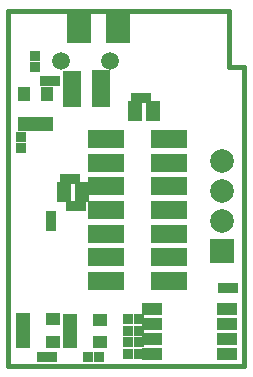
<source format=gbs>
G04 (created by PCBNEW-RS274X (2010-05-05 BZR 2356)-stable) date 2010年10月26日 星期二 23时10分03秒*
G01*
G70*
G90*
%MOIN*%
G04 Gerber Fmt 3.4, Leading zero omitted, Abs format*
%FSLAX34Y34*%
G04 APERTURE LIST*
%ADD10C,0.006000*%
%ADD11C,0.015000*%
%ADD12R,0.038100X0.038100*%
%ADD13R,0.045000X0.065000*%
%ADD14R,0.080000X0.100000*%
%ADD15R,0.065000X0.040000*%
%ADD16R,0.050000X0.040000*%
%ADD17R,0.040000X0.050000*%
%ADD18R,0.059400X0.047600*%
%ADD19C,0.059400*%
%ADD20R,0.118400X0.059400*%
%ADD21R,0.079100X0.079100*%
%ADD22C,0.079100*%
G04 APERTURE END LIST*
G54D10*
G54D11*
X47244Y-41220D02*
X47244Y-41220D01*
X46732Y-41221D02*
X47244Y-41221D01*
X46732Y-39370D02*
X46732Y-41220D01*
X39370Y-51181D02*
X39370Y-39370D01*
X47244Y-51181D02*
X39370Y-51181D01*
X47244Y-41220D02*
X47244Y-51181D01*
X39370Y-39370D02*
X46732Y-39370D01*
G54D12*
X43370Y-50010D03*
X43720Y-50010D03*
X46520Y-48580D03*
X46870Y-48580D03*
X43720Y-49630D03*
X43370Y-49630D03*
X40810Y-46180D03*
X40810Y-46530D03*
X41250Y-44940D03*
X41600Y-44940D03*
X43720Y-50390D03*
X43370Y-50390D03*
X43720Y-50780D03*
X43370Y-50780D03*
X40250Y-41210D03*
X40250Y-40860D03*
X42390Y-50880D03*
X42040Y-50880D03*
X40840Y-50880D03*
X40490Y-50880D03*
X40580Y-41680D03*
X40930Y-41680D03*
X39800Y-43920D03*
X39800Y-43570D03*
G54D13*
X43598Y-42677D03*
X44198Y-42677D03*
X41820Y-45400D03*
X41220Y-45400D03*
G54D14*
X41720Y-39930D03*
X43020Y-39930D03*
G54D15*
X46670Y-50790D03*
X46670Y-50290D03*
X46670Y-49790D03*
X46670Y-49290D03*
X44170Y-49290D03*
X44170Y-49790D03*
X44170Y-50290D03*
X44170Y-50790D03*
G54D16*
X41430Y-50395D03*
X41430Y-49645D03*
X42430Y-50395D03*
X41430Y-50020D03*
X42430Y-49645D03*
G54D17*
X40655Y-43120D03*
X39905Y-43120D03*
X40655Y-42120D03*
X40280Y-43120D03*
X39905Y-42120D03*
G54D16*
X39860Y-50385D03*
X39860Y-49635D03*
X40860Y-50385D03*
X39860Y-50010D03*
X40860Y-49635D03*
G54D18*
X41510Y-42320D03*
X41510Y-41945D03*
X41510Y-41572D03*
X42454Y-41570D03*
X42454Y-41948D03*
X42454Y-42320D03*
G54D19*
X41123Y-41015D03*
X42777Y-41015D03*
G54D12*
X43622Y-42244D03*
X43972Y-42244D03*
X41810Y-45870D03*
X41460Y-45870D03*
G54D20*
X44729Y-43630D03*
X42642Y-43630D03*
X44729Y-44417D03*
X42642Y-44417D03*
X44729Y-45205D03*
X42642Y-45205D03*
X44729Y-45992D03*
X42642Y-45992D03*
X44729Y-46780D03*
X42642Y-46780D03*
X44729Y-47567D03*
X42642Y-47567D03*
X44729Y-48354D03*
X42642Y-48354D03*
G54D21*
X46496Y-47366D03*
G54D22*
X46496Y-46366D03*
X46496Y-45366D03*
X46496Y-44366D03*
M02*

</source>
